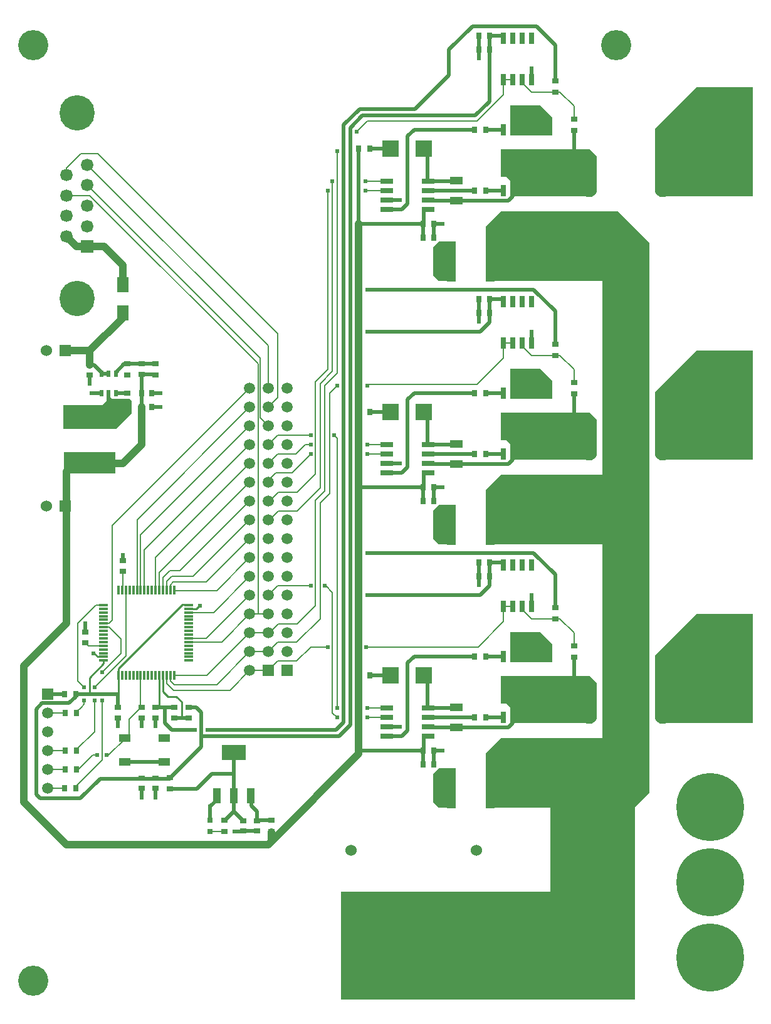
<source format=gtl>
G04*
G04 #@! TF.GenerationSoftware,Altium Limited,Altium Designer,19.1.7 (138)*
G04*
G04 Layer_Physical_Order=1*
G04 Layer_Color=255*
%FSLAX25Y25*%
%MOIN*%
G70*
G01*
G75*
%ADD12C,0.00600*%
%ADD13C,0.01000*%
%ADD49R,0.06496X0.07874*%
%ADD50R,0.27559X0.11811*%
%ADD51R,0.03543X0.03150*%
%ADD52R,0.03150X0.03543*%
%ADD53R,0.03543X0.02756*%
%ADD54R,0.02165X0.03740*%
%ADD55R,0.05906X0.03937*%
%ADD56R,0.12795X0.08465*%
%ADD57R,0.03937X0.08465*%
%ADD58R,0.04700X0.01200*%
%ADD59R,0.01200X0.04700*%
%ADD60R,0.02756X0.03543*%
%ADD61R,0.03150X0.03150*%
%ADD62R,0.05000X0.21654*%
%ADD63R,0.06693X0.04331*%
%ADD64R,0.09055X0.09055*%
%ADD65R,0.06890X0.02559*%
%ADD66R,0.03150X0.06299*%
%ADD67R,0.18150X0.11811*%
%ADD68R,0.02559X0.06496*%
%ADD69C,0.04000*%
%ADD70C,0.02000*%
%ADD71C,0.18740*%
%ADD72R,0.06653X0.06653*%
%ADD73C,0.06653*%
%ADD74C,0.05906*%
%ADD75R,0.05906X0.05906*%
%ADD76C,0.06000*%
%ADD77R,0.06000X0.06000*%
%ADD78R,0.06000X0.06000*%
%ADD79C,0.08268*%
%ADD80R,0.08268X0.08268*%
%ADD81C,0.02400*%
%ADD82C,0.16000*%
%ADD83C,0.36000*%
%ADD84C,0.05000*%
G36*
X667000Y580500D02*
X673500Y574000D01*
Y564500D01*
X651000D01*
Y580500D01*
X667000Y580500D01*
D02*
G37*
G36*
X780000Y532000D02*
X732000D01*
X728000Y536000D01*
Y568000D01*
X750000Y590000D01*
X780000D01*
Y532000D01*
D02*
G37*
G36*
X697000Y553500D02*
Y535000D01*
X694000Y532000D01*
X651000D01*
X651000Y540500D01*
X649000Y542500D01*
X646000Y542500D01*
X646000Y557000D01*
X693500D01*
X697000Y553500D01*
D02*
G37*
G36*
X622000Y487000D02*
X613000D01*
X610000Y490000D01*
Y505000D01*
X613000Y508000D01*
X622000D01*
Y487000D01*
D02*
G37*
G36*
X667000Y440500D02*
X673500Y434000D01*
Y424500D01*
X651000D01*
Y440500D01*
X667000Y440500D01*
D02*
G37*
G36*
X438500Y425500D02*
X439500Y424500D01*
X448500D01*
X449665Y423335D01*
Y416665D01*
X441500Y408500D01*
X413500D01*
Y421000D01*
X434000D01*
X436500Y423500D01*
X436500Y429000D01*
X438500D01*
Y425500D01*
D02*
G37*
G36*
X780000Y392000D02*
X732000D01*
X728000Y396000D01*
Y428000D01*
X750000Y450000D01*
X780000D01*
Y392000D01*
D02*
G37*
G36*
X697000Y413500D02*
Y395000D01*
X694000Y392000D01*
X651000D01*
X651000Y400500D01*
X649000Y402500D01*
X646000Y402500D01*
X646000Y417000D01*
X693500D01*
X697000Y413500D01*
D02*
G37*
G36*
X622000Y347000D02*
X613000D01*
X610000Y350000D01*
Y365000D01*
X613000Y368000D01*
X622000D01*
Y347000D01*
D02*
G37*
G36*
X667000Y300500D02*
X673500Y294000D01*
Y284500D01*
X651000D01*
Y300500D01*
X667000Y300500D01*
D02*
G37*
G36*
X780000Y252000D02*
X732000D01*
X728000Y256000D01*
Y288000D01*
X750000Y310000D01*
X780000D01*
Y252000D01*
D02*
G37*
G36*
X697000Y273500D02*
Y255000D01*
X694000Y252000D01*
X651000D01*
X651000Y260500D01*
X649000Y262500D01*
X646000Y262500D01*
X646000Y277000D01*
X693500D01*
X697000Y273500D01*
D02*
G37*
G36*
X622000Y207000D02*
X613000D01*
X610000Y210000D01*
Y225000D01*
X613000Y228000D01*
X622000D01*
Y207000D01*
D02*
G37*
G36*
X725000Y507500D02*
Y487000D01*
X725000Y215000D01*
X717000Y207000D01*
X700000Y207000D01*
Y207000D01*
X638000D01*
Y236000D01*
X646000Y244000D01*
X700000D01*
X700000Y347000D01*
X638000D01*
Y376000D01*
X646000Y384000D01*
X700000D01*
X700000Y487000D01*
X699999D01*
X699999Y487000D01*
X638000D01*
Y516000D01*
X646000Y524000D01*
X708500D01*
X725000Y507500D01*
D02*
G37*
G36*
X717500Y207000D02*
X717500Y105000D01*
X561000Y105000D01*
Y162500D01*
X672500D01*
Y207000D01*
X717500Y207000D01*
D02*
G37*
D12*
X545000Y292500D02*
X554000D01*
X537500Y285000D02*
X545000Y292500D01*
X556500Y257500D02*
Y321500D01*
Y257500D02*
X559000Y255000D01*
X553000Y325000D02*
X556500Y321500D01*
X552500Y325000D02*
X553000D01*
X574500Y292500D02*
X634000D01*
X647500Y306000D01*
X446673Y287673D02*
Y322638D01*
X430000Y271000D02*
X446673Y287673D01*
X527500Y425000D02*
Y459000D01*
X431851Y554648D02*
X527500Y459000D01*
X422648Y554648D02*
X431851D01*
X427500Y532500D02*
X517000Y443000D01*
Y310000D02*
Y443000D01*
X512500Y310000D02*
X517000D01*
X426181Y537953D02*
X518200Y445934D01*
Y414300D02*
Y445934D01*
Y414300D02*
X522500Y410000D01*
X517000Y310000D02*
X522500D01*
X415000Y532500D02*
X427500D01*
X527500Y405000D02*
X545000D01*
X522500Y400000D02*
X527500Y405000D01*
X526500Y385000D02*
X535000D01*
X545000Y395000D01*
X522500Y381000D02*
X526500Y385000D01*
X522500Y380000D02*
Y381000D01*
Y430000D02*
Y452539D01*
X426181Y548858D02*
X522500Y452539D01*
X415000Y547000D02*
X422648Y554648D01*
X415000Y543405D02*
Y547000D01*
X522500Y420000D02*
X527500Y425000D01*
X424500Y261900D02*
Y264000D01*
X421000Y274500D02*
X424500Y271000D01*
X421000Y274500D02*
Y305000D01*
X423036Y260436D02*
X424500Y261900D01*
X491500Y194492D02*
X499000D01*
X491500Y194492D02*
X491500Y194492D01*
X454774Y260226D02*
Y260482D01*
X437500Y235000D02*
X446250Y243750D01*
X448500Y253953D02*
X454774Y260226D01*
X448500Y245500D02*
Y253953D01*
X436500Y235000D02*
X437500D01*
X444705Y322638D02*
X445000Y322933D01*
Y332744D01*
X430764Y314764D02*
X434862D01*
X421000Y305000D02*
X430764Y314764D01*
X633500Y432000D02*
X647500Y446000D01*
X575500Y432000D02*
X633500D01*
X575000Y431500D02*
X575500Y432000D01*
X633500Y572000D02*
X647500Y586000D01*
X575000Y572000D02*
X633500D01*
X569500Y566500D02*
X575000Y572000D01*
X559000Y403500D02*
X559000Y260000D01*
X555000Y374000D02*
Y427500D01*
X550000Y369000D02*
X555000Y374000D01*
X552500Y375500D02*
Y431500D01*
X547500Y370500D02*
X552500Y375500D01*
X555000Y427500D02*
X559000Y431500D01*
X434000Y232500D02*
Y264000D01*
X420000Y218500D02*
X434000Y232500D01*
X420000Y217500D02*
Y218500D01*
X421500Y227500D02*
X429000Y235000D01*
X431500D01*
X557500Y405000D02*
X559000Y403500D01*
X527500Y285000D02*
X537500D01*
Y295000D02*
X550000Y307500D01*
Y369000D01*
X547500Y314500D02*
Y370500D01*
X537627Y304627D02*
X547500Y314500D01*
X552500Y431500D02*
X559000Y438000D01*
X550000Y432500D02*
X556500Y439000D01*
X550000Y377000D02*
Y432500D01*
X537627Y364627D02*
X550000Y377000D01*
X547500Y433500D02*
X554000Y440000D01*
X547500Y384500D02*
Y433500D01*
X537627Y374627D02*
X547500Y384500D01*
X542000Y400000D02*
X545000D01*
X537000Y395000D02*
X542000Y400000D01*
X527500Y325000D02*
X545000D01*
X420453Y227500D02*
X421500D01*
X425000Y294547D02*
X425394D01*
X426831Y293110D01*
X434862D01*
X437751Y302884D02*
X444000Y296635D01*
Y289000D02*
Y296635D01*
X434000Y279000D02*
X444000Y289000D01*
X434931Y302884D02*
X437751D01*
X434862Y302953D02*
X434931Y302884D01*
X430000Y247441D02*
Y264000D01*
X420453Y237894D02*
X430000Y247441D01*
X439500Y306739D02*
Y357000D01*
X437751Y304990D02*
X439500Y306739D01*
Y357000D02*
X512500Y430000D01*
X420453Y237500D02*
Y237894D01*
X422995Y260436D02*
X423036D01*
X420453Y257894D02*
X422995Y260436D01*
X420453Y257500D02*
Y257894D01*
X454547Y260709D02*
X454774Y260482D01*
X454547Y260709D02*
Y277362D01*
X405000Y217500D02*
X414094D01*
X414547Y227500D02*
X414547Y227500D01*
X405000Y227500D02*
X414547D01*
Y237500D02*
X414547Y237500D01*
X405000Y237500D02*
X414547D01*
Y257500D02*
X414547Y257500D01*
X405000Y257500D02*
X414547D01*
X425000Y294547D02*
X425610Y293937D01*
X434931Y304990D02*
X437751D01*
X434862Y304921D02*
X434931Y304990D01*
X470000Y333000D02*
X475500D01*
X466358Y329358D02*
X470000Y333000D01*
X475500D02*
X512500Y370000D01*
X466358Y322638D02*
Y329358D01*
X471000Y330000D02*
X482500D01*
X468395Y327395D02*
X471000Y330000D01*
X468395Y322706D02*
Y327395D01*
X502000Y269500D02*
X512500Y280000D01*
X472000Y269500D02*
X502000D01*
X468395Y273105D02*
X472000Y269500D01*
X482500Y330000D02*
X512500Y360000D01*
X489500Y327000D02*
X512500Y350000D01*
X471838Y327000D02*
X489500D01*
X470364Y325526D02*
X471838Y327000D01*
X470364Y322706D02*
Y325526D01*
X464390Y331890D02*
X512500Y380000D01*
X464390Y322638D02*
Y331890D01*
X495000Y322500D02*
X512500Y340000D01*
X472402Y322500D02*
X495000D01*
X452579Y360079D02*
X512500Y420000D01*
X452579Y322638D02*
Y360079D01*
X454547Y352047D02*
X512500Y410000D01*
X454547Y322638D02*
Y352047D01*
X456516Y344016D02*
X512500Y400000D01*
X456516Y322638D02*
Y344016D01*
X462421Y339921D02*
X512500Y390000D01*
X462421Y322638D02*
Y339921D01*
X468327Y322638D02*
X468395Y322706D01*
X470295Y322638D02*
X470364Y322706D01*
X472264Y322638D02*
X472402Y322500D01*
X493327Y310827D02*
X512500Y330000D01*
X480138Y310827D02*
X493327D01*
X480138Y297047D02*
X489547D01*
X512500Y320000D01*
X497579Y295079D02*
X512500Y310000D01*
X480138Y295079D02*
X497579D01*
X468395Y273105D02*
Y277294D01*
X495000Y272500D02*
X512500Y290000D01*
X472337Y272500D02*
X495000D01*
X470364Y274474D02*
X472337Y272500D01*
X468327Y277362D02*
X468395Y277294D01*
X470364Y274474D02*
Y277294D01*
X470295Y277362D02*
X470364Y277294D01*
X489862Y277362D02*
X512500Y300000D01*
X472264Y277362D02*
X489862D01*
X522500Y320000D02*
X527500Y325000D01*
Y295000D02*
X537500D01*
X527627Y304627D02*
X537627D01*
X554000Y440000D02*
Y535000D01*
X559000Y438000D02*
Y439000D01*
X556500D02*
Y540000D01*
X527500Y395000D02*
X537000D01*
X522500Y390000D02*
X527500Y395000D01*
X523000Y300000D02*
X527627Y304627D01*
X522500Y300000D02*
X523000D01*
X522500Y280000D02*
X527500Y285000D01*
X527627Y374627D02*
X537627D01*
X523000Y370000D02*
X527627Y374627D01*
X522500Y370000D02*
X523000D01*
X527627Y364627D02*
X537627D01*
X523000Y360000D02*
X527627Y364627D01*
X522500Y360000D02*
X523000D01*
X559000Y439000D02*
X559000Y556000D01*
X512500Y300000D02*
X522500D01*
X647500Y586000D02*
Y593878D01*
X522500Y290000D02*
X527500Y295000D01*
X512500Y290000D02*
X522500D01*
X512500Y280000D02*
X522500D01*
X575000Y400000D02*
X585453D01*
X574000Y540000D02*
X585453D01*
X575000Y395000D02*
X585453D01*
X647500Y306000D02*
Y313878D01*
X575000Y260000D02*
X585453D01*
X575000Y255000D02*
X585453D01*
X647500Y446000D02*
Y453878D01*
X574500Y535000D02*
X585453D01*
X677500Y587500D02*
X685000Y580000D01*
Y572953D02*
Y580000D01*
X677500Y447500D02*
X685000Y440000D01*
Y432953D02*
Y440000D01*
X675000Y587500D02*
X677500D01*
X675000Y447500D02*
X677500D01*
X675000Y307500D02*
X677500D01*
X685000Y300000D01*
Y292953D02*
Y300000D01*
Y292500D02*
Y292953D01*
X657500Y312500D02*
Y313878D01*
X662500Y307500D02*
X675000D01*
X657500Y312500D02*
X662500Y307500D01*
X647500Y313878D02*
X652500D01*
X657500Y452500D02*
Y453878D01*
X662500Y447500D02*
X675000D01*
X657500Y452500D02*
X662500Y447500D01*
X647500Y453878D02*
X652500D01*
X662500Y587500D02*
X675000D01*
X657500Y592500D02*
X662500Y587500D01*
X647500Y593878D02*
X652500D01*
X657500Y592500D02*
Y593878D01*
D13*
X442896Y277522D02*
Y280896D01*
X476895Y314895D01*
X442736Y277362D02*
X442896Y277522D01*
X442605Y260361D02*
Y277362D01*
X476895Y314895D02*
X480138D01*
X434862Y285105D02*
X434994D01*
X427300Y267800D02*
Y276118D01*
X434862Y283681D01*
X427000Y267500D02*
X427300Y267800D01*
X429500Y289000D02*
X429879D01*
X431574Y287305D01*
X434762D01*
X434862Y287205D01*
X485621Y314500D02*
X486000D01*
X483988Y312867D02*
X485621Y314500D01*
X480209Y312867D02*
X483988D01*
X480138Y312795D02*
X480209Y312867D01*
X469000Y266000D02*
X473500D01*
X466390Y268610D02*
X469000Y266000D01*
X466390Y268610D02*
Y273512D01*
X476250Y254646D02*
Y263250D01*
X473500Y266000D02*
X476250Y263250D01*
X466358Y273512D02*
Y277362D01*
X464390Y260472D02*
Y277362D01*
X464370Y260453D02*
X464390Y260472D01*
X434862Y283681D02*
Y285105D01*
X442500Y260256D02*
X442605Y260361D01*
D49*
X445000Y484980D02*
D03*
Y470020D02*
D03*
D50*
X427500Y390295D02*
D03*
Y414705D02*
D03*
D51*
Y436988D02*
D03*
Y442500D02*
D03*
X455000Y443012D02*
D03*
Y437500D02*
D03*
X472500Y254744D02*
D03*
Y260256D02*
D03*
X455000Y260256D02*
D03*
Y254744D02*
D03*
X442500Y260256D02*
D03*
Y254744D02*
D03*
X445000Y332744D02*
D03*
Y338256D02*
D03*
X462500Y222756D02*
D03*
Y217244D02*
D03*
X455000Y222756D02*
D03*
Y217244D02*
D03*
X447500Y427500D02*
D03*
Y421988D02*
D03*
X516500Y200201D02*
D03*
Y194689D02*
D03*
X509000Y200201D02*
D03*
Y194689D02*
D03*
D52*
X460512Y427500D02*
D03*
X455000D02*
D03*
Y420000D02*
D03*
X460512D02*
D03*
X610256Y237500D02*
D03*
X604744D02*
D03*
X610256Y230000D02*
D03*
X604744D02*
D03*
X634488Y330000D02*
D03*
X640000D02*
D03*
X634488Y337500D02*
D03*
X640000D02*
D03*
X610256Y377500D02*
D03*
X604744D02*
D03*
X610256Y370000D02*
D03*
X604744D02*
D03*
X634488Y470000D02*
D03*
X640000D02*
D03*
X634488Y477500D02*
D03*
X640000D02*
D03*
Y617500D02*
D03*
X634488D02*
D03*
X640000Y610000D02*
D03*
X634488D02*
D03*
X604744Y517500D02*
D03*
X610256D02*
D03*
X604744Y510000D02*
D03*
X610256D02*
D03*
D53*
X462500Y437047D02*
D03*
Y442953D02*
D03*
X447500Y442953D02*
D03*
Y437047D02*
D03*
X480000Y254547D02*
D03*
Y260453D02*
D03*
X462500Y260453D02*
D03*
Y254547D02*
D03*
X425000Y294547D02*
D03*
Y300453D02*
D03*
X470000Y217047D02*
D03*
Y222953D02*
D03*
X524000Y194492D02*
D03*
Y200398D02*
D03*
X499000D02*
D03*
Y194492D02*
D03*
X685000Y287047D02*
D03*
Y292953D02*
D03*
X675000Y307500D02*
D03*
Y313406D02*
D03*
X685000Y427047D02*
D03*
Y432953D02*
D03*
X675000Y447500D02*
D03*
Y453406D02*
D03*
Y593406D02*
D03*
Y587500D02*
D03*
X685000Y572953D02*
D03*
Y567047D02*
D03*
D54*
X441240Y427283D02*
D03*
X437500D02*
D03*
X433760D02*
D03*
Y437716D02*
D03*
X437500D02*
D03*
X441240D02*
D03*
D55*
X467000Y231500D02*
D03*
X446000D02*
D03*
Y244000D02*
D03*
X467000D02*
D03*
D56*
X504000Y236461D02*
D03*
D57*
X513055Y213429D02*
D03*
X504000D02*
D03*
X494945D02*
D03*
D58*
X434862Y285236D02*
D03*
Y287205D02*
D03*
Y289173D02*
D03*
Y291142D02*
D03*
Y293110D02*
D03*
Y295079D02*
D03*
Y297047D02*
D03*
Y299016D02*
D03*
Y300984D02*
D03*
Y302953D02*
D03*
Y304921D02*
D03*
Y306890D02*
D03*
Y308858D02*
D03*
Y310827D02*
D03*
Y312795D02*
D03*
Y314764D02*
D03*
X480138D02*
D03*
Y312795D02*
D03*
Y310827D02*
D03*
Y308858D02*
D03*
Y306890D02*
D03*
Y304921D02*
D03*
Y302953D02*
D03*
Y300984D02*
D03*
Y299016D02*
D03*
Y297047D02*
D03*
Y295079D02*
D03*
Y293110D02*
D03*
Y291142D02*
D03*
Y289173D02*
D03*
Y287205D02*
D03*
Y285236D02*
D03*
D59*
X442736Y322638D02*
D03*
X444705D02*
D03*
X446673D02*
D03*
X448642D02*
D03*
X450610D02*
D03*
X452579D02*
D03*
X454547D02*
D03*
X456516D02*
D03*
X458484D02*
D03*
X460453D02*
D03*
X462421D02*
D03*
X464390D02*
D03*
X466358D02*
D03*
X468327D02*
D03*
X470295D02*
D03*
X472264D02*
D03*
Y277362D02*
D03*
X470295D02*
D03*
X468327D02*
D03*
X466358D02*
D03*
X464390D02*
D03*
X462421D02*
D03*
X460453D02*
D03*
X458484D02*
D03*
X456516D02*
D03*
X454547D02*
D03*
X452579D02*
D03*
X450610D02*
D03*
X448642D02*
D03*
X446673D02*
D03*
X444705D02*
D03*
X442736D02*
D03*
D60*
X420000Y267500D02*
D03*
X414094D02*
D03*
X420453Y257500D02*
D03*
X414547D02*
D03*
X420453Y237500D02*
D03*
X414547D02*
D03*
X420453Y227500D02*
D03*
X414547D02*
D03*
X420000Y217500D02*
D03*
X414094D02*
D03*
X576453Y277500D02*
D03*
X570547D02*
D03*
X637953Y255000D02*
D03*
X632047D02*
D03*
X637953Y287500D02*
D03*
X632047D02*
D03*
X576453Y417500D02*
D03*
X570547D02*
D03*
X637953Y395000D02*
D03*
X632047D02*
D03*
X637953Y427500D02*
D03*
X632047D02*
D03*
X570547Y557500D02*
D03*
X576453D02*
D03*
X632047Y535000D02*
D03*
X637953D02*
D03*
X632047Y567500D02*
D03*
X637953D02*
D03*
D61*
X491500Y200398D02*
D03*
Y194492D02*
D03*
D62*
X619591Y217500D02*
D03*
X640409D02*
D03*
X619591Y357500D02*
D03*
X640409D02*
D03*
Y497500D02*
D03*
X619591D02*
D03*
D63*
X622500Y249685D02*
D03*
Y260315D02*
D03*
Y389685D02*
D03*
Y400315D02*
D03*
Y540315D02*
D03*
Y529685D02*
D03*
D64*
X587500Y277500D02*
D03*
X605216D02*
D03*
X587500Y417500D02*
D03*
X605216D02*
D03*
X587500Y557500D02*
D03*
X605216D02*
D03*
D65*
X607500Y245000D02*
D03*
Y250000D02*
D03*
Y255000D02*
D03*
Y260000D02*
D03*
X585453Y245000D02*
D03*
Y250000D02*
D03*
Y255000D02*
D03*
Y260000D02*
D03*
X607500Y385000D02*
D03*
Y390000D02*
D03*
Y395000D02*
D03*
Y400000D02*
D03*
X585453Y385000D02*
D03*
Y390000D02*
D03*
Y395000D02*
D03*
Y400000D02*
D03*
Y540000D02*
D03*
Y535000D02*
D03*
Y530000D02*
D03*
Y525000D02*
D03*
X607500Y540000D02*
D03*
Y535000D02*
D03*
Y530000D02*
D03*
Y525000D02*
D03*
D66*
X662500Y255000D02*
D03*
X657500D02*
D03*
X652500D02*
D03*
X647500D02*
D03*
X662500Y233165D02*
D03*
X657500D02*
D03*
X652500D02*
D03*
X647500D02*
D03*
X662500Y287500D02*
D03*
X657500D02*
D03*
X652500D02*
D03*
X647500D02*
D03*
X662500Y265665D02*
D03*
X657500D02*
D03*
X652500D02*
D03*
X647500D02*
D03*
X662500Y395000D02*
D03*
X657500D02*
D03*
X652500D02*
D03*
X647500D02*
D03*
X662500Y373165D02*
D03*
X657500D02*
D03*
X652500D02*
D03*
X647500D02*
D03*
X662500Y427500D02*
D03*
X657500D02*
D03*
X652500D02*
D03*
X647500D02*
D03*
X662500Y405665D02*
D03*
X657500D02*
D03*
X652500D02*
D03*
X647500D02*
D03*
Y513165D02*
D03*
X652500D02*
D03*
X657500D02*
D03*
X662500D02*
D03*
X647500Y535000D02*
D03*
X652500D02*
D03*
X657500D02*
D03*
X662500D02*
D03*
X647500Y545665D02*
D03*
X652500D02*
D03*
X657500D02*
D03*
X662500D02*
D03*
X647500Y567500D02*
D03*
X652500D02*
D03*
X657500D02*
D03*
X662500D02*
D03*
D67*
X655000Y238500D02*
D03*
Y271000D02*
D03*
Y378500D02*
D03*
Y411000D02*
D03*
Y518500D02*
D03*
Y551000D02*
D03*
D68*
X662500Y336122D02*
D03*
X657500D02*
D03*
X652500D02*
D03*
X647500D02*
D03*
X662500Y313878D02*
D03*
X657500D02*
D03*
X652500D02*
D03*
X647500D02*
D03*
X662500Y476122D02*
D03*
X657500D02*
D03*
X652500D02*
D03*
X647500D02*
D03*
X662500Y453878D02*
D03*
X657500D02*
D03*
X652500D02*
D03*
X647500D02*
D03*
Y593878D02*
D03*
X652500D02*
D03*
X657500D02*
D03*
X662500D02*
D03*
X647500Y616122D02*
D03*
X652500D02*
D03*
X657500D02*
D03*
X662500D02*
D03*
D69*
X570547Y277500D02*
Y370000D01*
X524000Y189000D02*
X570547Y235547D01*
X415000Y305000D02*
Y367500D01*
X570547Y235547D02*
Y237500D01*
X392500Y282500D02*
X415000Y305000D01*
Y385669D02*
X419626Y390295D01*
X415000Y368158D02*
Y385669D01*
X414343Y367500D02*
X415000Y368158D01*
X445000Y467500D02*
Y470020D01*
X427500Y450000D02*
X445000Y467500D01*
X427500Y442500D02*
Y450000D01*
X419626Y390295D02*
X427500D01*
X392500Y282500D02*
X392500Y210000D01*
X427795Y390000D02*
X445000D01*
X427500Y390295D02*
X427795Y390000D01*
X445000D02*
X455000Y400000D01*
Y420000D01*
X414343Y450000D02*
X425669D01*
X420453Y505236D02*
X426181D01*
X415000Y510689D02*
X420453Y505236D01*
X445000Y484980D02*
Y495236D01*
X435000Y505236D02*
X445000Y495236D01*
X426181Y505236D02*
X435000D01*
X415000Y187500D02*
X522500D01*
X392500Y210000D02*
X415000Y187500D01*
X522500D02*
X524000Y189000D01*
Y194098D01*
X570547Y377500D02*
Y417500D01*
Y370000D02*
Y377500D01*
Y417500D02*
Y517500D01*
Y237500D02*
Y277500D01*
D70*
Y237500D02*
X571524D01*
X460512Y420000D02*
X465000D01*
X460512Y427500D02*
X465000D01*
X427500Y432500D02*
Y436988D01*
X428500Y427500D02*
X428577Y427423D01*
X433677D01*
X433760Y427341D01*
Y427283D02*
Y427341D01*
X455000Y420000D02*
Y427500D01*
Y437500D01*
X455226Y437274D01*
X462274D01*
X462500Y437047D01*
X462470Y442982D02*
X462500Y442953D01*
X455029Y442982D02*
X462470D01*
X455000Y443012D02*
X455029Y442982D01*
X447122Y443027D02*
X447500Y443405D01*
X454971Y442982D02*
X455000Y443012D01*
X447530Y442982D02*
X454971D01*
X447500Y442953D02*
X447530Y442982D01*
X447392Y427392D02*
X447500Y427500D01*
X441323Y427392D02*
X447392D01*
X441240Y427309D02*
X441323Y427392D01*
X441240Y427283D02*
Y427309D01*
X445764Y443027D02*
X447122D01*
X441240Y438504D02*
X445764Y443027D01*
X441240Y437716D02*
Y438504D01*
X433760Y437716D02*
X437500D01*
X429764Y442500D02*
X433760Y438504D01*
X427500Y442500D02*
X429764D01*
X433760Y437716D02*
Y438504D01*
X504000Y225000D02*
Y236461D01*
Y213429D02*
Y225000D01*
X492500D02*
X504000D01*
X484547Y217047D02*
X492500Y225000D01*
X470000Y217047D02*
X484547D01*
X570547Y237500D02*
X604744D01*
X433000Y222500D02*
X470000D01*
X470423Y222923D01*
X486732Y239291D02*
X486791D01*
X470394Y222953D02*
X486732Y239291D01*
X470000Y222953D02*
X470394D01*
X516500Y200201D02*
X516598Y200299D01*
X523902D01*
X524000Y200398D01*
X513055Y213429D02*
Y215693D01*
X566000Y460016D02*
X566000Y320016D01*
Y251000D02*
Y320016D01*
X486791Y239291D02*
Y245000D01*
X462500Y212500D02*
Y217244D01*
X455000Y212500D02*
Y217244D01*
X427000Y267500D02*
X442500D01*
X420000D02*
X427000D01*
X513527Y207917D02*
Y212957D01*
Y207917D02*
X516500Y204945D01*
Y200201D02*
Y204945D01*
X513055Y213429D02*
X513527Y212957D01*
X405000Y267500D02*
X414094D01*
X402047Y262547D02*
X416547D01*
X399000Y259500D02*
X402047Y262547D01*
X456500Y231500D02*
X467000D01*
X446000D02*
X456500D01*
X422500Y212000D02*
X433000Y222500D01*
X401000Y212000D02*
X422500D01*
X399000Y214000D02*
X401000Y212000D01*
X486791Y245000D02*
Y257709D01*
X490000Y248500D02*
X558500D01*
X570547Y377500D02*
X604744D01*
X570547Y517500D02*
Y557500D01*
Y517500D02*
X604744D01*
Y230000D02*
Y237500D01*
X486791Y245000D02*
X560000D01*
X566000Y251000D01*
X445000Y341500D02*
X445000Y341500D01*
Y338256D02*
Y341500D01*
X675000Y593406D02*
Y612500D01*
X665094Y622406D02*
X675000Y612500D01*
X630906Y622406D02*
X665094D01*
X484047Y260453D02*
X486791Y257709D01*
X471000Y248500D02*
X483500D01*
X558500D02*
X562500Y252500D01*
Y342500D01*
Y482500D01*
X480000Y260453D02*
X484047D01*
X476250Y254646D02*
X479902D01*
X472598D02*
X476250D01*
X467500Y252000D02*
X471000Y248500D01*
X467500Y252000D02*
Y260453D01*
X472303D01*
X464370D02*
X467500D01*
X479902Y254646D02*
X480000Y254547D01*
X472500Y254744D02*
X472598Y254646D01*
X462598Y260354D02*
X464370D01*
X472303Y260453D02*
X472500Y260256D01*
X462500Y260453D02*
X462598Y260354D01*
X399000Y214000D02*
Y259500D01*
X420000Y266000D02*
Y267500D01*
X416547Y262547D02*
X420000Y266000D01*
X442500Y260256D02*
Y267500D01*
X504500Y194445D02*
X504576Y194521D01*
X508832D01*
X509000Y194689D01*
X516500D01*
X455000Y250500D02*
X455000Y250500D01*
X455000Y250500D02*
Y254744D01*
X442500Y250500D02*
X442500Y250500D01*
X442500Y250500D02*
Y254744D01*
X425000Y300453D02*
Y305047D01*
X462500Y250500D02*
Y254547D01*
Y250500D02*
X462500Y250500D01*
X566000Y568500D02*
X566000Y460016D01*
X596500Y528000D02*
Y564000D01*
X600000Y567500D01*
X632047D01*
X562500Y483500D02*
Y570000D01*
X675000Y593311D02*
Y593406D01*
X562500Y570000D02*
X571000Y578500D01*
X600500D02*
X618500Y596500D01*
X571000Y578500D02*
X600500D01*
X618500Y610000D02*
X630906Y622406D01*
X618500Y596500D02*
Y610000D01*
X575000Y482500D02*
X663478D01*
X675000Y453406D02*
Y470978D01*
X663478Y482500D02*
X675000Y470978D01*
X640000Y477500D02*
X647221D01*
X647500Y477220D01*
Y476122D02*
Y477220D01*
X640000Y470000D02*
Y477500D01*
X575000Y460000D02*
X635000D01*
X640000Y465000D01*
Y470000D01*
Y325000D02*
Y330000D01*
X635000Y320000D02*
X640000Y325000D01*
X575000Y320000D02*
X635000D01*
X663478Y342500D02*
X675000Y330978D01*
Y313406D02*
Y330978D01*
X575000Y342500D02*
X663478D01*
X640000Y330000D02*
Y337500D01*
X634488Y330000D02*
Y337500D01*
X600000Y427500D02*
X632047D01*
X596500Y424000D02*
X600000Y427500D01*
X596500Y388000D02*
Y424000D01*
X566000Y568500D02*
X572500Y575000D01*
X632500D01*
X640000Y582500D01*
Y610000D01*
X647500Y616122D02*
Y617220D01*
X647221Y617500D02*
X647500Y617220D01*
X640000Y617500D02*
X647221D01*
X640000Y610000D02*
Y617500D01*
X634488Y325512D02*
Y330000D01*
Y465512D02*
Y470000D01*
X634494Y605506D02*
X634500Y605500D01*
X634494Y605506D02*
Y609994D01*
X634488Y610000D02*
X634494Y609994D01*
X491500Y207720D02*
X494945Y211165D01*
Y213429D01*
X491500Y200398D02*
Y207720D01*
X576453Y417500D02*
X587500D01*
X504000Y205004D02*
X504098Y205102D01*
X499394Y200398D02*
X504000Y205004D01*
X504098Y205102D02*
X506500Y202701D01*
X509000Y200201D01*
X504000Y205004D02*
Y213429D01*
X499000Y200398D02*
X499394D01*
X690807Y549193D02*
X693012D01*
X685000Y555000D02*
X690807Y549193D01*
X685000Y555000D02*
Y567047D01*
X687307Y409193D02*
X693012D01*
X685000Y411500D02*
X687307Y409193D01*
X685000Y411500D02*
Y427047D01*
X690807Y269193D02*
X693012D01*
X685000Y275000D02*
X690807Y269193D01*
X685000Y275000D02*
Y287047D01*
X610256Y237500D02*
X615000D01*
X610256Y230000D02*
Y237500D01*
X693012Y269193D02*
X695512D01*
X605335Y245000D02*
X607500D01*
X605055Y244721D02*
X605335Y245000D01*
X605055Y237811D02*
Y244721D01*
X604744Y237500D02*
X605055Y237811D01*
X622342Y249843D02*
X622500Y249685D01*
X607500Y250000D02*
X607657Y249843D01*
X622342D01*
Y260157D02*
X622500Y260315D01*
X607657Y260157D02*
X622342D01*
X607221Y260279D02*
Y275496D01*
X607500Y260000D02*
X607657Y260157D01*
X605216Y277500D02*
X607221Y275496D01*
Y260279D02*
X607500Y260000D01*
X585453Y250000D02*
X592500D01*
X652500Y252000D02*
Y255000D01*
X650185Y249685D02*
X652500Y252000D01*
X622500Y249685D02*
X650185D01*
X652500Y255000D02*
Y265665D01*
X689878Y266059D02*
X693012Y269193D01*
X662894Y266059D02*
X689878D01*
X662500Y265665D02*
X662894Y266059D01*
X576453Y277500D02*
X587500D01*
X637953Y255000D02*
X647500D01*
X607500D02*
X632047D01*
X637953Y287500D02*
X647500D01*
X600000D02*
X632047D01*
X596500Y284000D02*
X600000Y287500D01*
X596500Y248000D02*
Y284000D01*
X593500Y245000D02*
X596500Y248000D01*
X585453Y245000D02*
X593500D01*
X647500Y336122D02*
Y337221D01*
X647221Y337500D02*
X647500Y337221D01*
X640000Y337500D02*
X647221D01*
X662500Y313878D02*
Y320000D01*
X610256Y377500D02*
X615000D01*
X604744D02*
X605055Y377811D01*
X610256Y370000D02*
Y377500D01*
X604744Y370000D02*
Y377500D01*
X634488Y470000D02*
Y477500D01*
X693012Y409193D02*
X695512D01*
X605335Y385000D02*
X607500D01*
X605055Y384720D02*
X605335Y385000D01*
X605055Y377811D02*
Y384720D01*
X622342Y389843D02*
X622500Y389685D01*
X607500Y390000D02*
X607657Y389843D01*
X622342D01*
Y400157D02*
X622500Y400315D01*
X607657Y400157D02*
X622342D01*
X607221Y400280D02*
Y415496D01*
X607500Y400000D02*
X607657Y400157D01*
X605216Y417500D02*
X607221Y415496D01*
Y400280D02*
X607500Y400000D01*
X585453Y390000D02*
X592500D01*
X652500Y392000D02*
Y395000D01*
X650185Y389685D02*
X652500Y392000D01*
X622500Y389685D02*
X650185D01*
X652500Y395000D02*
Y405665D01*
X689878Y406059D02*
X693012Y409193D01*
X662894Y406059D02*
X689878D01*
X662500Y405665D02*
X662894Y406059D01*
X637953Y395000D02*
X647500D01*
X607500D02*
X632047D01*
X637953Y427500D02*
X647500D01*
X593500Y385000D02*
X596500Y388000D01*
X585453Y385000D02*
X593500D01*
X662500Y453878D02*
Y460000D01*
X662894Y546059D02*
X689878D01*
X610256Y517500D02*
X615000D01*
X652500Y535000D02*
Y545665D01*
X693012Y549193D02*
X695512D01*
X689878Y546059D02*
X693012Y549193D01*
X585453Y530000D02*
X592500D01*
X662500Y593878D02*
Y600000D01*
X610256Y510000D02*
Y517500D01*
X634488Y610000D02*
Y617500D01*
X604744Y510000D02*
Y517500D01*
X605055Y517811D02*
Y524720D01*
X662500Y545665D02*
X662894Y546059D01*
X576453Y557500D02*
X587500D01*
X605216D02*
X607221Y555496D01*
Y540279D02*
Y555496D01*
X605335Y525000D02*
X607500D01*
X605055Y524720D02*
X605335Y525000D01*
X604744Y517500D02*
X605055Y517811D01*
X637953Y535000D02*
X647500D01*
X607221Y540279D02*
X607500Y540000D01*
X652500Y532000D02*
Y535000D01*
X650185Y529685D02*
X652500Y532000D01*
X622500Y529685D02*
X650185D01*
X622342Y529843D02*
X622500Y529685D01*
X607657Y529843D02*
X622342D01*
X607500Y530000D02*
X607657Y529843D01*
X622342Y540158D02*
X622500Y540315D01*
X607657Y540158D02*
X622342D01*
X607500Y540000D02*
X607657Y540158D01*
X607500Y535000D02*
X632047D01*
X585453Y525000D02*
X593500D01*
X596500Y528000D01*
X637953Y567500D02*
X647500D01*
D71*
X420590Y576240D02*
D03*
Y477854D02*
D03*
D72*
X426181Y505236D02*
D03*
D73*
X415000Y510689D02*
D03*
X426181Y516142D02*
D03*
X415000Y521594D02*
D03*
X426181Y527047D02*
D03*
X415000Y532500D02*
D03*
X426181Y537953D02*
D03*
X415000Y543405D02*
D03*
X426181Y548858D02*
D03*
D74*
X512500Y430000D02*
D03*
X522500D02*
D03*
X512500Y420000D02*
D03*
X522500D02*
D03*
X512500Y410000D02*
D03*
X522500D02*
D03*
X512500Y400000D02*
D03*
X522500D02*
D03*
X512500Y390000D02*
D03*
X522500D02*
D03*
X512500Y380000D02*
D03*
X522500D02*
D03*
X512500Y370000D02*
D03*
X522500D02*
D03*
X512500Y360000D02*
D03*
X522500D02*
D03*
X512500Y350000D02*
D03*
X522500D02*
D03*
X512500Y340000D02*
D03*
X522500D02*
D03*
X512500Y330000D02*
D03*
X522500D02*
D03*
X512500Y320000D02*
D03*
X522500D02*
D03*
X512500Y310000D02*
D03*
X522500D02*
D03*
X512500Y300000D02*
D03*
X522500D02*
D03*
X512500Y290000D02*
D03*
X522500D02*
D03*
X512500Y280000D02*
D03*
X532500Y290000D02*
D03*
Y300000D02*
D03*
Y310000D02*
D03*
Y320000D02*
D03*
Y330000D02*
D03*
Y340000D02*
D03*
Y350000D02*
D03*
Y360000D02*
D03*
Y370000D02*
D03*
Y380000D02*
D03*
Y390000D02*
D03*
Y400000D02*
D03*
Y410000D02*
D03*
Y420000D02*
D03*
Y430000D02*
D03*
X405000Y257500D02*
D03*
Y247500D02*
D03*
Y237500D02*
D03*
Y227500D02*
D03*
Y217500D02*
D03*
D75*
X522500Y280000D02*
D03*
X532500D02*
D03*
X405000Y267500D02*
D03*
D76*
X404500Y367500D02*
D03*
Y450000D02*
D03*
X566500Y184500D02*
D03*
X633000D02*
D03*
D77*
X414343Y367500D02*
D03*
Y450000D02*
D03*
D78*
X566500Y155000D02*
D03*
X633000D02*
D03*
D79*
X693012Y255807D02*
D03*
X731988D02*
D03*
Y269193D02*
D03*
X693012Y395807D02*
D03*
X731988D02*
D03*
Y409193D02*
D03*
Y549193D02*
D03*
Y535807D02*
D03*
X693012D02*
D03*
D80*
Y269193D02*
D03*
Y409193D02*
D03*
Y549193D02*
D03*
D81*
X554000Y292500D02*
D03*
X574500D02*
D03*
X465000Y420000D02*
D03*
Y427500D02*
D03*
X427500Y432500D02*
D03*
X428500Y427500D02*
D03*
X462500Y212500D02*
D03*
X455000D02*
D03*
X424500Y264000D02*
D03*
Y271000D02*
D03*
X430000D02*
D03*
X436500Y235000D02*
D03*
X456500Y231500D02*
D03*
X490000Y248500D02*
D03*
X429500Y289000D02*
D03*
X486000Y314500D02*
D03*
X445000Y341500D02*
D03*
X483500Y248500D02*
D03*
X559000Y255000D02*
D03*
Y260000D02*
D03*
X562500Y342500D02*
D03*
X559000Y431500D02*
D03*
X431500Y235000D02*
D03*
X557500Y405000D02*
D03*
X552500Y325000D02*
D03*
X545000Y395000D02*
D03*
Y400000D02*
D03*
Y405000D02*
D03*
Y325000D02*
D03*
X434000Y279000D02*
D03*
Y264000D02*
D03*
X430000D02*
D03*
X504500Y194445D02*
D03*
X455000Y250500D02*
D03*
X442500D02*
D03*
X425000Y305047D02*
D03*
X566000Y320000D02*
D03*
X554000Y535000D02*
D03*
X559000Y556000D02*
D03*
X562500Y482500D02*
D03*
X556500Y540000D02*
D03*
X569500Y566500D02*
D03*
X575000Y482500D02*
D03*
X566000Y460000D02*
D03*
X575000D02*
D03*
Y320000D02*
D03*
Y342500D02*
D03*
Y431500D02*
D03*
Y400000D02*
D03*
X574000Y535000D02*
D03*
Y540000D02*
D03*
X575000Y395000D02*
D03*
Y260000D02*
D03*
Y255000D02*
D03*
X634494Y325506D02*
D03*
Y465506D02*
D03*
X634500Y605500D02*
D03*
X491500Y207720D02*
D03*
X462500Y250500D02*
D03*
X615000Y237500D02*
D03*
X592500Y250000D02*
D03*
X662500Y320000D02*
D03*
X615000Y377500D02*
D03*
X592500Y390000D02*
D03*
X662500Y460000D02*
D03*
X615000Y517500D02*
D03*
X592500Y530000D02*
D03*
X662500Y600000D02*
D03*
D82*
X397500Y115000D02*
D03*
Y612500D02*
D03*
X707500D02*
D03*
D83*
X695000Y167500D02*
D03*
Y127500D02*
D03*
X757500D02*
D03*
X695000Y207500D02*
D03*
X757500D02*
D03*
Y167500D02*
D03*
X760000Y570000D02*
D03*
Y290000D02*
D03*
Y430000D02*
D03*
D84*
X655000Y297500D02*
D03*
X662500D02*
D03*
X670000Y292500D02*
D03*
X613000Y222500D02*
D03*
Y212500D02*
D03*
X670000Y432500D02*
D03*
X655000Y437500D02*
D03*
X662500D02*
D03*
X613000Y362500D02*
D03*
Y352500D02*
D03*
X662500Y577500D02*
D03*
X670000Y572500D02*
D03*
X655000Y577500D02*
D03*
X613000Y502500D02*
D03*
Y492500D02*
D03*
M02*

</source>
